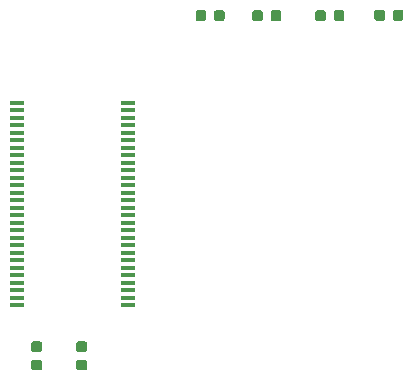
<source format=gbr>
G04 #@! TF.GenerationSoftware,KiCad,Pcbnew,(5.1.0-165-g615c49315)*
G04 #@! TF.CreationDate,2019-04-12T15:14:10+02:00*
G04 #@! TF.ProjectId,JTAGMux_1.0,4a544147-4d75-4785-9f31-2e302e6b6963,rev?*
G04 #@! TF.SameCoordinates,Original*
G04 #@! TF.FileFunction,Paste,Top*
G04 #@! TF.FilePolarity,Positive*
%FSLAX46Y46*%
G04 Gerber Fmt 4.6, Leading zero omitted, Abs format (unit mm)*
G04 Created by KiCad (PCBNEW (5.1.0-165-g615c49315)) date 2019-04-12 15:14:10*
%MOMM*%
%LPD*%
G04 APERTURE LIST*
%ADD10C,0.100000*%
%ADD11C,0.875000*%
%ADD12R,1.200000X0.400000*%
G04 APERTURE END LIST*
D10*
G36*
X78202691Y-110466053D02*
G01*
X78223926Y-110469203D01*
X78244750Y-110474419D01*
X78264962Y-110481651D01*
X78284368Y-110490830D01*
X78302781Y-110501866D01*
X78320024Y-110514654D01*
X78335930Y-110529070D01*
X78350346Y-110544976D01*
X78363134Y-110562219D01*
X78374170Y-110580632D01*
X78383349Y-110600038D01*
X78390581Y-110620250D01*
X78395797Y-110641074D01*
X78398947Y-110662309D01*
X78400000Y-110683750D01*
X78400000Y-111196250D01*
X78398947Y-111217691D01*
X78395797Y-111238926D01*
X78390581Y-111259750D01*
X78383349Y-111279962D01*
X78374170Y-111299368D01*
X78363134Y-111317781D01*
X78350346Y-111335024D01*
X78335930Y-111350930D01*
X78320024Y-111365346D01*
X78302781Y-111378134D01*
X78284368Y-111389170D01*
X78264962Y-111398349D01*
X78244750Y-111405581D01*
X78223926Y-111410797D01*
X78202691Y-111413947D01*
X78181250Y-111415000D01*
X77743750Y-111415000D01*
X77722309Y-111413947D01*
X77701074Y-111410797D01*
X77680250Y-111405581D01*
X77660038Y-111398349D01*
X77640632Y-111389170D01*
X77622219Y-111378134D01*
X77604976Y-111365346D01*
X77589070Y-111350930D01*
X77574654Y-111335024D01*
X77561866Y-111317781D01*
X77550830Y-111299368D01*
X77541651Y-111279962D01*
X77534419Y-111259750D01*
X77529203Y-111238926D01*
X77526053Y-111217691D01*
X77525000Y-111196250D01*
X77525000Y-110683750D01*
X77526053Y-110662309D01*
X77529203Y-110641074D01*
X77534419Y-110620250D01*
X77541651Y-110600038D01*
X77550830Y-110580632D01*
X77561866Y-110562219D01*
X77574654Y-110544976D01*
X77589070Y-110529070D01*
X77604976Y-110514654D01*
X77622219Y-110501866D01*
X77640632Y-110490830D01*
X77660038Y-110481651D01*
X77680250Y-110474419D01*
X77701074Y-110469203D01*
X77722309Y-110466053D01*
X77743750Y-110465000D01*
X78181250Y-110465000D01*
X78202691Y-110466053D01*
X78202691Y-110466053D01*
G37*
D11*
X77962500Y-110940000D03*
D10*
G36*
X79777691Y-110466053D02*
G01*
X79798926Y-110469203D01*
X79819750Y-110474419D01*
X79839962Y-110481651D01*
X79859368Y-110490830D01*
X79877781Y-110501866D01*
X79895024Y-110514654D01*
X79910930Y-110529070D01*
X79925346Y-110544976D01*
X79938134Y-110562219D01*
X79949170Y-110580632D01*
X79958349Y-110600038D01*
X79965581Y-110620250D01*
X79970797Y-110641074D01*
X79973947Y-110662309D01*
X79975000Y-110683750D01*
X79975000Y-111196250D01*
X79973947Y-111217691D01*
X79970797Y-111238926D01*
X79965581Y-111259750D01*
X79958349Y-111279962D01*
X79949170Y-111299368D01*
X79938134Y-111317781D01*
X79925346Y-111335024D01*
X79910930Y-111350930D01*
X79895024Y-111365346D01*
X79877781Y-111378134D01*
X79859368Y-111389170D01*
X79839962Y-111398349D01*
X79819750Y-111405581D01*
X79798926Y-111410797D01*
X79777691Y-111413947D01*
X79756250Y-111415000D01*
X79318750Y-111415000D01*
X79297309Y-111413947D01*
X79276074Y-111410797D01*
X79255250Y-111405581D01*
X79235038Y-111398349D01*
X79215632Y-111389170D01*
X79197219Y-111378134D01*
X79179976Y-111365346D01*
X79164070Y-111350930D01*
X79149654Y-111335024D01*
X79136866Y-111317781D01*
X79125830Y-111299368D01*
X79116651Y-111279962D01*
X79109419Y-111259750D01*
X79104203Y-111238926D01*
X79101053Y-111217691D01*
X79100000Y-111196250D01*
X79100000Y-110683750D01*
X79101053Y-110662309D01*
X79104203Y-110641074D01*
X79109419Y-110620250D01*
X79116651Y-110600038D01*
X79125830Y-110580632D01*
X79136866Y-110562219D01*
X79149654Y-110544976D01*
X79164070Y-110529070D01*
X79179976Y-110514654D01*
X79197219Y-110501866D01*
X79215632Y-110490830D01*
X79235038Y-110481651D01*
X79255250Y-110474419D01*
X79276074Y-110469203D01*
X79297309Y-110466053D01*
X79318750Y-110465000D01*
X79756250Y-110465000D01*
X79777691Y-110466053D01*
X79777691Y-110466053D01*
G37*
D11*
X79537500Y-110940000D03*
D12*
X71800000Y-118327500D03*
X71800000Y-118962500D03*
X71800000Y-119597500D03*
X71800000Y-120232500D03*
X71800000Y-120867500D03*
X71800000Y-121502500D03*
X71800000Y-122137500D03*
X71800000Y-122772500D03*
X71800000Y-123407500D03*
X71800000Y-124042500D03*
X71800000Y-124677500D03*
X71800000Y-125312500D03*
X71800000Y-125947500D03*
X71800000Y-126582500D03*
X71800000Y-127217500D03*
X71800000Y-127852500D03*
X71800000Y-128487500D03*
X71800000Y-129122500D03*
X71800000Y-129757500D03*
X71800000Y-130392500D03*
X71800000Y-131027500D03*
X71800000Y-131662500D03*
X71800000Y-132297500D03*
X71800000Y-132932500D03*
X71800000Y-133567500D03*
X71800000Y-134202500D03*
X71800000Y-134837500D03*
X71800000Y-135472500D03*
X62400000Y-135472500D03*
X62400000Y-134837500D03*
X62400000Y-134202500D03*
X62400000Y-133567500D03*
X62400000Y-132932500D03*
X62400000Y-132297500D03*
X62400000Y-131662500D03*
X62400000Y-131027500D03*
X62400000Y-130392500D03*
X62400000Y-129757500D03*
X62400000Y-129122500D03*
X62400000Y-128487500D03*
X62400000Y-127852500D03*
X62400000Y-127217500D03*
X62400000Y-126582500D03*
X62400000Y-125947500D03*
X62400000Y-125312500D03*
X62400000Y-124677500D03*
X62400000Y-124042500D03*
X62400000Y-123407500D03*
X62400000Y-122772500D03*
X62400000Y-122137500D03*
X62400000Y-121502500D03*
X62400000Y-120867500D03*
X62400000Y-120232500D03*
X62400000Y-119597500D03*
X62400000Y-118962500D03*
X62400000Y-118327500D03*
D10*
G36*
X84577691Y-110476053D02*
G01*
X84598926Y-110479203D01*
X84619750Y-110484419D01*
X84639962Y-110491651D01*
X84659368Y-110500830D01*
X84677781Y-110511866D01*
X84695024Y-110524654D01*
X84710930Y-110539070D01*
X84725346Y-110554976D01*
X84738134Y-110572219D01*
X84749170Y-110590632D01*
X84758349Y-110610038D01*
X84765581Y-110630250D01*
X84770797Y-110651074D01*
X84773947Y-110672309D01*
X84775000Y-110693750D01*
X84775000Y-111206250D01*
X84773947Y-111227691D01*
X84770797Y-111248926D01*
X84765581Y-111269750D01*
X84758349Y-111289962D01*
X84749170Y-111309368D01*
X84738134Y-111327781D01*
X84725346Y-111345024D01*
X84710930Y-111360930D01*
X84695024Y-111375346D01*
X84677781Y-111388134D01*
X84659368Y-111399170D01*
X84639962Y-111408349D01*
X84619750Y-111415581D01*
X84598926Y-111420797D01*
X84577691Y-111423947D01*
X84556250Y-111425000D01*
X84118750Y-111425000D01*
X84097309Y-111423947D01*
X84076074Y-111420797D01*
X84055250Y-111415581D01*
X84035038Y-111408349D01*
X84015632Y-111399170D01*
X83997219Y-111388134D01*
X83979976Y-111375346D01*
X83964070Y-111360930D01*
X83949654Y-111345024D01*
X83936866Y-111327781D01*
X83925830Y-111309368D01*
X83916651Y-111289962D01*
X83909419Y-111269750D01*
X83904203Y-111248926D01*
X83901053Y-111227691D01*
X83900000Y-111206250D01*
X83900000Y-110693750D01*
X83901053Y-110672309D01*
X83904203Y-110651074D01*
X83909419Y-110630250D01*
X83916651Y-110610038D01*
X83925830Y-110590632D01*
X83936866Y-110572219D01*
X83949654Y-110554976D01*
X83964070Y-110539070D01*
X83979976Y-110524654D01*
X83997219Y-110511866D01*
X84015632Y-110500830D01*
X84035038Y-110491651D01*
X84055250Y-110484419D01*
X84076074Y-110479203D01*
X84097309Y-110476053D01*
X84118750Y-110475000D01*
X84556250Y-110475000D01*
X84577691Y-110476053D01*
X84577691Y-110476053D01*
G37*
D11*
X84337500Y-110950000D03*
D10*
G36*
X83002691Y-110476053D02*
G01*
X83023926Y-110479203D01*
X83044750Y-110484419D01*
X83064962Y-110491651D01*
X83084368Y-110500830D01*
X83102781Y-110511866D01*
X83120024Y-110524654D01*
X83135930Y-110539070D01*
X83150346Y-110554976D01*
X83163134Y-110572219D01*
X83174170Y-110590632D01*
X83183349Y-110610038D01*
X83190581Y-110630250D01*
X83195797Y-110651074D01*
X83198947Y-110672309D01*
X83200000Y-110693750D01*
X83200000Y-111206250D01*
X83198947Y-111227691D01*
X83195797Y-111248926D01*
X83190581Y-111269750D01*
X83183349Y-111289962D01*
X83174170Y-111309368D01*
X83163134Y-111327781D01*
X83150346Y-111345024D01*
X83135930Y-111360930D01*
X83120024Y-111375346D01*
X83102781Y-111388134D01*
X83084368Y-111399170D01*
X83064962Y-111408349D01*
X83044750Y-111415581D01*
X83023926Y-111420797D01*
X83002691Y-111423947D01*
X82981250Y-111425000D01*
X82543750Y-111425000D01*
X82522309Y-111423947D01*
X82501074Y-111420797D01*
X82480250Y-111415581D01*
X82460038Y-111408349D01*
X82440632Y-111399170D01*
X82422219Y-111388134D01*
X82404976Y-111375346D01*
X82389070Y-111360930D01*
X82374654Y-111345024D01*
X82361866Y-111327781D01*
X82350830Y-111309368D01*
X82341651Y-111289962D01*
X82334419Y-111269750D01*
X82329203Y-111248926D01*
X82326053Y-111227691D01*
X82325000Y-111206250D01*
X82325000Y-110693750D01*
X82326053Y-110672309D01*
X82329203Y-110651074D01*
X82334419Y-110630250D01*
X82341651Y-110610038D01*
X82350830Y-110590632D01*
X82361866Y-110572219D01*
X82374654Y-110554976D01*
X82389070Y-110539070D01*
X82404976Y-110524654D01*
X82422219Y-110511866D01*
X82440632Y-110500830D01*
X82460038Y-110491651D01*
X82480250Y-110484419D01*
X82501074Y-110479203D01*
X82522309Y-110476053D01*
X82543750Y-110475000D01*
X82981250Y-110475000D01*
X83002691Y-110476053D01*
X83002691Y-110476053D01*
G37*
D11*
X82762500Y-110950000D03*
D10*
G36*
X94915191Y-110426053D02*
G01*
X94936426Y-110429203D01*
X94957250Y-110434419D01*
X94977462Y-110441651D01*
X94996868Y-110450830D01*
X95015281Y-110461866D01*
X95032524Y-110474654D01*
X95048430Y-110489070D01*
X95062846Y-110504976D01*
X95075634Y-110522219D01*
X95086670Y-110540632D01*
X95095849Y-110560038D01*
X95103081Y-110580250D01*
X95108297Y-110601074D01*
X95111447Y-110622309D01*
X95112500Y-110643750D01*
X95112500Y-111156250D01*
X95111447Y-111177691D01*
X95108297Y-111198926D01*
X95103081Y-111219750D01*
X95095849Y-111239962D01*
X95086670Y-111259368D01*
X95075634Y-111277781D01*
X95062846Y-111295024D01*
X95048430Y-111310930D01*
X95032524Y-111325346D01*
X95015281Y-111338134D01*
X94996868Y-111349170D01*
X94977462Y-111358349D01*
X94957250Y-111365581D01*
X94936426Y-111370797D01*
X94915191Y-111373947D01*
X94893750Y-111375000D01*
X94456250Y-111375000D01*
X94434809Y-111373947D01*
X94413574Y-111370797D01*
X94392750Y-111365581D01*
X94372538Y-111358349D01*
X94353132Y-111349170D01*
X94334719Y-111338134D01*
X94317476Y-111325346D01*
X94301570Y-111310930D01*
X94287154Y-111295024D01*
X94274366Y-111277781D01*
X94263330Y-111259368D01*
X94254151Y-111239962D01*
X94246919Y-111219750D01*
X94241703Y-111198926D01*
X94238553Y-111177691D01*
X94237500Y-111156250D01*
X94237500Y-110643750D01*
X94238553Y-110622309D01*
X94241703Y-110601074D01*
X94246919Y-110580250D01*
X94254151Y-110560038D01*
X94263330Y-110540632D01*
X94274366Y-110522219D01*
X94287154Y-110504976D01*
X94301570Y-110489070D01*
X94317476Y-110474654D01*
X94334719Y-110461866D01*
X94353132Y-110450830D01*
X94372538Y-110441651D01*
X94392750Y-110434419D01*
X94413574Y-110429203D01*
X94434809Y-110426053D01*
X94456250Y-110425000D01*
X94893750Y-110425000D01*
X94915191Y-110426053D01*
X94915191Y-110426053D01*
G37*
D11*
X94675000Y-110900000D03*
D10*
G36*
X93340191Y-110426053D02*
G01*
X93361426Y-110429203D01*
X93382250Y-110434419D01*
X93402462Y-110441651D01*
X93421868Y-110450830D01*
X93440281Y-110461866D01*
X93457524Y-110474654D01*
X93473430Y-110489070D01*
X93487846Y-110504976D01*
X93500634Y-110522219D01*
X93511670Y-110540632D01*
X93520849Y-110560038D01*
X93528081Y-110580250D01*
X93533297Y-110601074D01*
X93536447Y-110622309D01*
X93537500Y-110643750D01*
X93537500Y-111156250D01*
X93536447Y-111177691D01*
X93533297Y-111198926D01*
X93528081Y-111219750D01*
X93520849Y-111239962D01*
X93511670Y-111259368D01*
X93500634Y-111277781D01*
X93487846Y-111295024D01*
X93473430Y-111310930D01*
X93457524Y-111325346D01*
X93440281Y-111338134D01*
X93421868Y-111349170D01*
X93402462Y-111358349D01*
X93382250Y-111365581D01*
X93361426Y-111370797D01*
X93340191Y-111373947D01*
X93318750Y-111375000D01*
X92881250Y-111375000D01*
X92859809Y-111373947D01*
X92838574Y-111370797D01*
X92817750Y-111365581D01*
X92797538Y-111358349D01*
X92778132Y-111349170D01*
X92759719Y-111338134D01*
X92742476Y-111325346D01*
X92726570Y-111310930D01*
X92712154Y-111295024D01*
X92699366Y-111277781D01*
X92688330Y-111259368D01*
X92679151Y-111239962D01*
X92671919Y-111219750D01*
X92666703Y-111198926D01*
X92663553Y-111177691D01*
X92662500Y-111156250D01*
X92662500Y-110643750D01*
X92663553Y-110622309D01*
X92666703Y-110601074D01*
X92671919Y-110580250D01*
X92679151Y-110560038D01*
X92688330Y-110540632D01*
X92699366Y-110522219D01*
X92712154Y-110504976D01*
X92726570Y-110489070D01*
X92742476Y-110474654D01*
X92759719Y-110461866D01*
X92778132Y-110450830D01*
X92797538Y-110441651D01*
X92817750Y-110434419D01*
X92838574Y-110429203D01*
X92859809Y-110426053D01*
X92881250Y-110425000D01*
X93318750Y-110425000D01*
X93340191Y-110426053D01*
X93340191Y-110426053D01*
G37*
D11*
X93100000Y-110900000D03*
D10*
G36*
X88340191Y-110466053D02*
G01*
X88361426Y-110469203D01*
X88382250Y-110474419D01*
X88402462Y-110481651D01*
X88421868Y-110490830D01*
X88440281Y-110501866D01*
X88457524Y-110514654D01*
X88473430Y-110529070D01*
X88487846Y-110544976D01*
X88500634Y-110562219D01*
X88511670Y-110580632D01*
X88520849Y-110600038D01*
X88528081Y-110620250D01*
X88533297Y-110641074D01*
X88536447Y-110662309D01*
X88537500Y-110683750D01*
X88537500Y-111196250D01*
X88536447Y-111217691D01*
X88533297Y-111238926D01*
X88528081Y-111259750D01*
X88520849Y-111279962D01*
X88511670Y-111299368D01*
X88500634Y-111317781D01*
X88487846Y-111335024D01*
X88473430Y-111350930D01*
X88457524Y-111365346D01*
X88440281Y-111378134D01*
X88421868Y-111389170D01*
X88402462Y-111398349D01*
X88382250Y-111405581D01*
X88361426Y-111410797D01*
X88340191Y-111413947D01*
X88318750Y-111415000D01*
X87881250Y-111415000D01*
X87859809Y-111413947D01*
X87838574Y-111410797D01*
X87817750Y-111405581D01*
X87797538Y-111398349D01*
X87778132Y-111389170D01*
X87759719Y-111378134D01*
X87742476Y-111365346D01*
X87726570Y-111350930D01*
X87712154Y-111335024D01*
X87699366Y-111317781D01*
X87688330Y-111299368D01*
X87679151Y-111279962D01*
X87671919Y-111259750D01*
X87666703Y-111238926D01*
X87663553Y-111217691D01*
X87662500Y-111196250D01*
X87662500Y-110683750D01*
X87663553Y-110662309D01*
X87666703Y-110641074D01*
X87671919Y-110620250D01*
X87679151Y-110600038D01*
X87688330Y-110580632D01*
X87699366Y-110562219D01*
X87712154Y-110544976D01*
X87726570Y-110529070D01*
X87742476Y-110514654D01*
X87759719Y-110501866D01*
X87778132Y-110490830D01*
X87797538Y-110481651D01*
X87817750Y-110474419D01*
X87838574Y-110469203D01*
X87859809Y-110466053D01*
X87881250Y-110465000D01*
X88318750Y-110465000D01*
X88340191Y-110466053D01*
X88340191Y-110466053D01*
G37*
D11*
X88100000Y-110940000D03*
D10*
G36*
X89915191Y-110466053D02*
G01*
X89936426Y-110469203D01*
X89957250Y-110474419D01*
X89977462Y-110481651D01*
X89996868Y-110490830D01*
X90015281Y-110501866D01*
X90032524Y-110514654D01*
X90048430Y-110529070D01*
X90062846Y-110544976D01*
X90075634Y-110562219D01*
X90086670Y-110580632D01*
X90095849Y-110600038D01*
X90103081Y-110620250D01*
X90108297Y-110641074D01*
X90111447Y-110662309D01*
X90112500Y-110683750D01*
X90112500Y-111196250D01*
X90111447Y-111217691D01*
X90108297Y-111238926D01*
X90103081Y-111259750D01*
X90095849Y-111279962D01*
X90086670Y-111299368D01*
X90075634Y-111317781D01*
X90062846Y-111335024D01*
X90048430Y-111350930D01*
X90032524Y-111365346D01*
X90015281Y-111378134D01*
X89996868Y-111389170D01*
X89977462Y-111398349D01*
X89957250Y-111405581D01*
X89936426Y-111410797D01*
X89915191Y-111413947D01*
X89893750Y-111415000D01*
X89456250Y-111415000D01*
X89434809Y-111413947D01*
X89413574Y-111410797D01*
X89392750Y-111405581D01*
X89372538Y-111398349D01*
X89353132Y-111389170D01*
X89334719Y-111378134D01*
X89317476Y-111365346D01*
X89301570Y-111350930D01*
X89287154Y-111335024D01*
X89274366Y-111317781D01*
X89263330Y-111299368D01*
X89254151Y-111279962D01*
X89246919Y-111259750D01*
X89241703Y-111238926D01*
X89238553Y-111217691D01*
X89237500Y-111196250D01*
X89237500Y-110683750D01*
X89238553Y-110662309D01*
X89241703Y-110641074D01*
X89246919Y-110620250D01*
X89254151Y-110600038D01*
X89263330Y-110580632D01*
X89274366Y-110562219D01*
X89287154Y-110544976D01*
X89301570Y-110529070D01*
X89317476Y-110514654D01*
X89334719Y-110501866D01*
X89353132Y-110490830D01*
X89372538Y-110481651D01*
X89392750Y-110474419D01*
X89413574Y-110469203D01*
X89434809Y-110466053D01*
X89456250Y-110465000D01*
X89893750Y-110465000D01*
X89915191Y-110466053D01*
X89915191Y-110466053D01*
G37*
D11*
X89675000Y-110940000D03*
D10*
G36*
X64347691Y-140091053D02*
G01*
X64368926Y-140094203D01*
X64389750Y-140099419D01*
X64409962Y-140106651D01*
X64429368Y-140115830D01*
X64447781Y-140126866D01*
X64465024Y-140139654D01*
X64480930Y-140154070D01*
X64495346Y-140169976D01*
X64508134Y-140187219D01*
X64519170Y-140205632D01*
X64528349Y-140225038D01*
X64535581Y-140245250D01*
X64540797Y-140266074D01*
X64543947Y-140287309D01*
X64545000Y-140308750D01*
X64545000Y-140746250D01*
X64543947Y-140767691D01*
X64540797Y-140788926D01*
X64535581Y-140809750D01*
X64528349Y-140829962D01*
X64519170Y-140849368D01*
X64508134Y-140867781D01*
X64495346Y-140885024D01*
X64480930Y-140900930D01*
X64465024Y-140915346D01*
X64447781Y-140928134D01*
X64429368Y-140939170D01*
X64409962Y-140948349D01*
X64389750Y-140955581D01*
X64368926Y-140960797D01*
X64347691Y-140963947D01*
X64326250Y-140965000D01*
X63813750Y-140965000D01*
X63792309Y-140963947D01*
X63771074Y-140960797D01*
X63750250Y-140955581D01*
X63730038Y-140948349D01*
X63710632Y-140939170D01*
X63692219Y-140928134D01*
X63674976Y-140915346D01*
X63659070Y-140900930D01*
X63644654Y-140885024D01*
X63631866Y-140867781D01*
X63620830Y-140849368D01*
X63611651Y-140829962D01*
X63604419Y-140809750D01*
X63599203Y-140788926D01*
X63596053Y-140767691D01*
X63595000Y-140746250D01*
X63595000Y-140308750D01*
X63596053Y-140287309D01*
X63599203Y-140266074D01*
X63604419Y-140245250D01*
X63611651Y-140225038D01*
X63620830Y-140205632D01*
X63631866Y-140187219D01*
X63644654Y-140169976D01*
X63659070Y-140154070D01*
X63674976Y-140139654D01*
X63692219Y-140126866D01*
X63710632Y-140115830D01*
X63730038Y-140106651D01*
X63750250Y-140099419D01*
X63771074Y-140094203D01*
X63792309Y-140091053D01*
X63813750Y-140090000D01*
X64326250Y-140090000D01*
X64347691Y-140091053D01*
X64347691Y-140091053D01*
G37*
D11*
X64070000Y-140527500D03*
D10*
G36*
X64347691Y-138516053D02*
G01*
X64368926Y-138519203D01*
X64389750Y-138524419D01*
X64409962Y-138531651D01*
X64429368Y-138540830D01*
X64447781Y-138551866D01*
X64465024Y-138564654D01*
X64480930Y-138579070D01*
X64495346Y-138594976D01*
X64508134Y-138612219D01*
X64519170Y-138630632D01*
X64528349Y-138650038D01*
X64535581Y-138670250D01*
X64540797Y-138691074D01*
X64543947Y-138712309D01*
X64545000Y-138733750D01*
X64545000Y-139171250D01*
X64543947Y-139192691D01*
X64540797Y-139213926D01*
X64535581Y-139234750D01*
X64528349Y-139254962D01*
X64519170Y-139274368D01*
X64508134Y-139292781D01*
X64495346Y-139310024D01*
X64480930Y-139325930D01*
X64465024Y-139340346D01*
X64447781Y-139353134D01*
X64429368Y-139364170D01*
X64409962Y-139373349D01*
X64389750Y-139380581D01*
X64368926Y-139385797D01*
X64347691Y-139388947D01*
X64326250Y-139390000D01*
X63813750Y-139390000D01*
X63792309Y-139388947D01*
X63771074Y-139385797D01*
X63750250Y-139380581D01*
X63730038Y-139373349D01*
X63710632Y-139364170D01*
X63692219Y-139353134D01*
X63674976Y-139340346D01*
X63659070Y-139325930D01*
X63644654Y-139310024D01*
X63631866Y-139292781D01*
X63620830Y-139274368D01*
X63611651Y-139254962D01*
X63604419Y-139234750D01*
X63599203Y-139213926D01*
X63596053Y-139192691D01*
X63595000Y-139171250D01*
X63595000Y-138733750D01*
X63596053Y-138712309D01*
X63599203Y-138691074D01*
X63604419Y-138670250D01*
X63611651Y-138650038D01*
X63620830Y-138630632D01*
X63631866Y-138612219D01*
X63644654Y-138594976D01*
X63659070Y-138579070D01*
X63674976Y-138564654D01*
X63692219Y-138551866D01*
X63710632Y-138540830D01*
X63730038Y-138531651D01*
X63750250Y-138524419D01*
X63771074Y-138519203D01*
X63792309Y-138516053D01*
X63813750Y-138515000D01*
X64326250Y-138515000D01*
X64347691Y-138516053D01*
X64347691Y-138516053D01*
G37*
D11*
X64070000Y-138952500D03*
D10*
G36*
X68157691Y-140091053D02*
G01*
X68178926Y-140094203D01*
X68199750Y-140099419D01*
X68219962Y-140106651D01*
X68239368Y-140115830D01*
X68257781Y-140126866D01*
X68275024Y-140139654D01*
X68290930Y-140154070D01*
X68305346Y-140169976D01*
X68318134Y-140187219D01*
X68329170Y-140205632D01*
X68338349Y-140225038D01*
X68345581Y-140245250D01*
X68350797Y-140266074D01*
X68353947Y-140287309D01*
X68355000Y-140308750D01*
X68355000Y-140746250D01*
X68353947Y-140767691D01*
X68350797Y-140788926D01*
X68345581Y-140809750D01*
X68338349Y-140829962D01*
X68329170Y-140849368D01*
X68318134Y-140867781D01*
X68305346Y-140885024D01*
X68290930Y-140900930D01*
X68275024Y-140915346D01*
X68257781Y-140928134D01*
X68239368Y-140939170D01*
X68219962Y-140948349D01*
X68199750Y-140955581D01*
X68178926Y-140960797D01*
X68157691Y-140963947D01*
X68136250Y-140965000D01*
X67623750Y-140965000D01*
X67602309Y-140963947D01*
X67581074Y-140960797D01*
X67560250Y-140955581D01*
X67540038Y-140948349D01*
X67520632Y-140939170D01*
X67502219Y-140928134D01*
X67484976Y-140915346D01*
X67469070Y-140900930D01*
X67454654Y-140885024D01*
X67441866Y-140867781D01*
X67430830Y-140849368D01*
X67421651Y-140829962D01*
X67414419Y-140809750D01*
X67409203Y-140788926D01*
X67406053Y-140767691D01*
X67405000Y-140746250D01*
X67405000Y-140308750D01*
X67406053Y-140287309D01*
X67409203Y-140266074D01*
X67414419Y-140245250D01*
X67421651Y-140225038D01*
X67430830Y-140205632D01*
X67441866Y-140187219D01*
X67454654Y-140169976D01*
X67469070Y-140154070D01*
X67484976Y-140139654D01*
X67502219Y-140126866D01*
X67520632Y-140115830D01*
X67540038Y-140106651D01*
X67560250Y-140099419D01*
X67581074Y-140094203D01*
X67602309Y-140091053D01*
X67623750Y-140090000D01*
X68136250Y-140090000D01*
X68157691Y-140091053D01*
X68157691Y-140091053D01*
G37*
D11*
X67880000Y-140527500D03*
D10*
G36*
X68157691Y-138516053D02*
G01*
X68178926Y-138519203D01*
X68199750Y-138524419D01*
X68219962Y-138531651D01*
X68239368Y-138540830D01*
X68257781Y-138551866D01*
X68275024Y-138564654D01*
X68290930Y-138579070D01*
X68305346Y-138594976D01*
X68318134Y-138612219D01*
X68329170Y-138630632D01*
X68338349Y-138650038D01*
X68345581Y-138670250D01*
X68350797Y-138691074D01*
X68353947Y-138712309D01*
X68355000Y-138733750D01*
X68355000Y-139171250D01*
X68353947Y-139192691D01*
X68350797Y-139213926D01*
X68345581Y-139234750D01*
X68338349Y-139254962D01*
X68329170Y-139274368D01*
X68318134Y-139292781D01*
X68305346Y-139310024D01*
X68290930Y-139325930D01*
X68275024Y-139340346D01*
X68257781Y-139353134D01*
X68239368Y-139364170D01*
X68219962Y-139373349D01*
X68199750Y-139380581D01*
X68178926Y-139385797D01*
X68157691Y-139388947D01*
X68136250Y-139390000D01*
X67623750Y-139390000D01*
X67602309Y-139388947D01*
X67581074Y-139385797D01*
X67560250Y-139380581D01*
X67540038Y-139373349D01*
X67520632Y-139364170D01*
X67502219Y-139353134D01*
X67484976Y-139340346D01*
X67469070Y-139325930D01*
X67454654Y-139310024D01*
X67441866Y-139292781D01*
X67430830Y-139274368D01*
X67421651Y-139254962D01*
X67414419Y-139234750D01*
X67409203Y-139213926D01*
X67406053Y-139192691D01*
X67405000Y-139171250D01*
X67405000Y-138733750D01*
X67406053Y-138712309D01*
X67409203Y-138691074D01*
X67414419Y-138670250D01*
X67421651Y-138650038D01*
X67430830Y-138630632D01*
X67441866Y-138612219D01*
X67454654Y-138594976D01*
X67469070Y-138579070D01*
X67484976Y-138564654D01*
X67502219Y-138551866D01*
X67520632Y-138540830D01*
X67540038Y-138531651D01*
X67560250Y-138524419D01*
X67581074Y-138519203D01*
X67602309Y-138516053D01*
X67623750Y-138515000D01*
X68136250Y-138515000D01*
X68157691Y-138516053D01*
X68157691Y-138516053D01*
G37*
D11*
X67880000Y-138952500D03*
M02*

</source>
